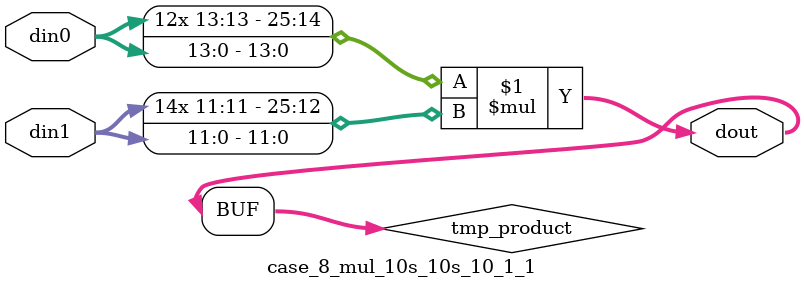
<source format=v>

`timescale 1 ns / 1 ps

 module case_8_mul_10s_10s_10_1_1(din0, din1, dout);
parameter ID = 1;
parameter NUM_STAGE = 0;
parameter din0_WIDTH = 14;
parameter din1_WIDTH = 12;
parameter dout_WIDTH = 26;

input [din0_WIDTH - 1 : 0] din0; 
input [din1_WIDTH - 1 : 0] din1; 
output [dout_WIDTH - 1 : 0] dout;

wire signed [dout_WIDTH - 1 : 0] tmp_product;



























assign tmp_product = $signed(din0) * $signed(din1);








assign dout = tmp_product;





















endmodule

</source>
